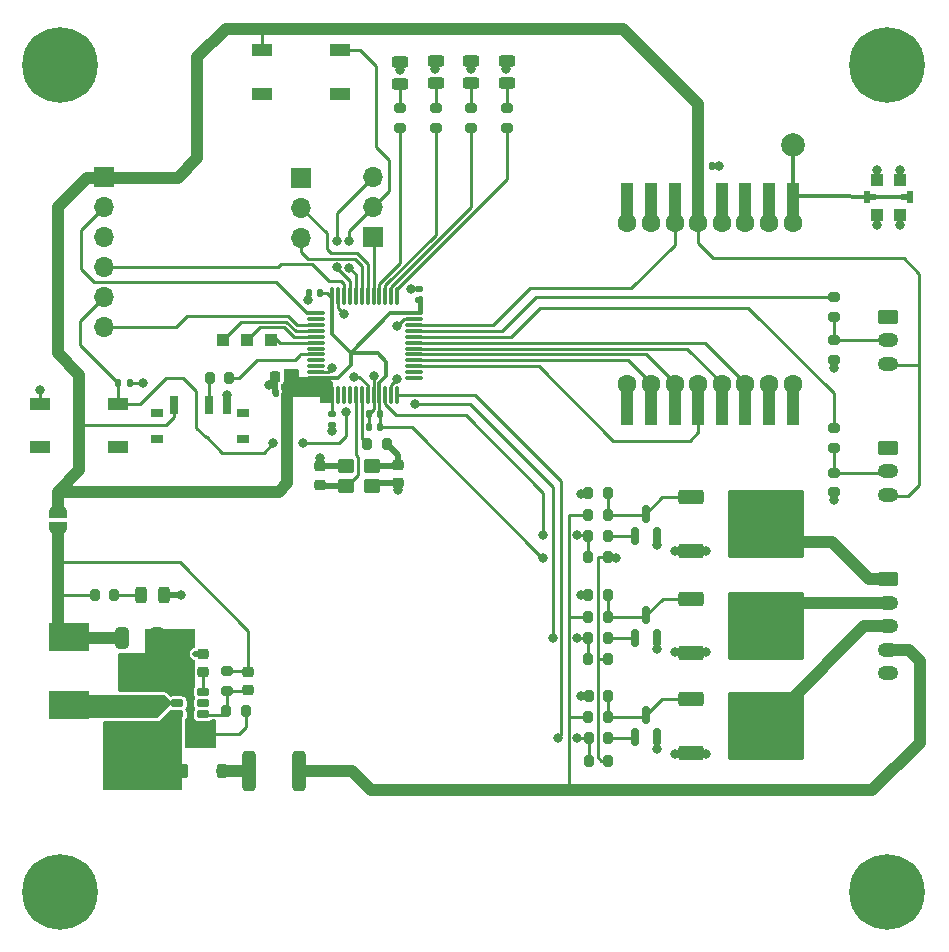
<source format=gbr>
%TF.GenerationSoftware,KiCad,Pcbnew,8.0.4*%
%TF.CreationDate,2024-08-31T15:47:31-07:00*%
%TF.ProjectId,aunisoma-panel-controller,61756e69-736f-46d6-912d-70616e656c2d,rev?*%
%TF.SameCoordinates,Original*%
%TF.FileFunction,Copper,L1,Top*%
%TF.FilePolarity,Positive*%
%FSLAX46Y46*%
G04 Gerber Fmt 4.6, Leading zero omitted, Abs format (unit mm)*
G04 Created by KiCad (PCBNEW 8.0.4) date 2024-08-31 15:47:31*
%MOMM*%
%LPD*%
G01*
G04 APERTURE LIST*
G04 Aperture macros list*
%AMRoundRect*
0 Rectangle with rounded corners*
0 $1 Rounding radius*
0 $2 $3 $4 $5 $6 $7 $8 $9 X,Y pos of 4 corners*
0 Add a 4 corners polygon primitive as box body*
4,1,4,$2,$3,$4,$5,$6,$7,$8,$9,$2,$3,0*
0 Add four circle primitives for the rounded corners*
1,1,$1+$1,$2,$3*
1,1,$1+$1,$4,$5*
1,1,$1+$1,$6,$7*
1,1,$1+$1,$8,$9*
0 Add four rect primitives between the rounded corners*
20,1,$1+$1,$2,$3,$4,$5,0*
20,1,$1+$1,$4,$5,$6,$7,0*
20,1,$1+$1,$6,$7,$8,$9,0*
20,1,$1+$1,$8,$9,$2,$3,0*%
%AMFreePoly0*
4,1,19,0.500000,-0.750000,0.000000,-0.750000,0.000000,-0.744911,-0.071157,-0.744911,-0.207708,-0.704816,-0.327430,-0.627875,-0.420627,-0.520320,-0.479746,-0.390866,-0.500000,-0.250000,-0.500000,0.250000,-0.479746,0.390866,-0.420627,0.520320,-0.327430,0.627875,-0.207708,0.704816,-0.071157,0.744911,0.000000,0.744911,0.000000,0.750000,0.500000,0.750000,0.500000,-0.750000,0.500000,-0.750000,
$1*%
%AMFreePoly1*
4,1,19,0.000000,0.744911,0.071157,0.744911,0.207708,0.704816,0.327430,0.627875,0.420627,0.520320,0.479746,0.390866,0.500000,0.250000,0.500000,-0.250000,0.479746,-0.390866,0.420627,-0.520320,0.327430,-0.627875,0.207708,-0.704816,0.071157,-0.744911,0.000000,-0.744911,0.000000,-0.750000,-0.500000,-0.750000,-0.500000,0.750000,0.000000,0.750000,0.000000,0.744911,0.000000,0.744911,
$1*%
G04 Aperture macros list end*
%TA.AperFunction,SMDPad,CuDef*%
%ADD10RoundRect,0.140000X-0.140000X-0.170000X0.140000X-0.170000X0.140000X0.170000X-0.140000X0.170000X0*%
%TD*%
%TA.AperFunction,SMDPad,CuDef*%
%ADD11RoundRect,0.200000X-0.200000X-0.275000X0.200000X-0.275000X0.200000X0.275000X-0.200000X0.275000X0*%
%TD*%
%TA.AperFunction,SMDPad,CuDef*%
%ADD12RoundRect,0.075000X0.075000X-0.662500X0.075000X0.662500X-0.075000X0.662500X-0.075000X-0.662500X0*%
%TD*%
%TA.AperFunction,SMDPad,CuDef*%
%ADD13RoundRect,0.075000X0.662500X-0.075000X0.662500X0.075000X-0.662500X0.075000X-0.662500X-0.075000X0*%
%TD*%
%TA.AperFunction,SMDPad,CuDef*%
%ADD14RoundRect,0.250000X-0.450000X-0.350000X0.450000X-0.350000X0.450000X0.350000X-0.450000X0.350000X0*%
%TD*%
%TA.AperFunction,SMDPad,CuDef*%
%ADD15R,1.000000X1.000000*%
%TD*%
%TA.AperFunction,ComponentPad*%
%ADD16C,0.800000*%
%TD*%
%TA.AperFunction,ComponentPad*%
%ADD17C,6.400000*%
%TD*%
%TA.AperFunction,SMDPad,CuDef*%
%ADD18RoundRect,0.140000X0.140000X0.170000X-0.140000X0.170000X-0.140000X-0.170000X0.140000X-0.170000X0*%
%TD*%
%TA.AperFunction,ComponentPad*%
%ADD19C,2.000000*%
%TD*%
%TA.AperFunction,SMDPad,CuDef*%
%ADD20RoundRect,0.200000X-0.275000X0.200000X-0.275000X-0.200000X0.275000X-0.200000X0.275000X0.200000X0*%
%TD*%
%TA.AperFunction,SMDPad,CuDef*%
%ADD21RoundRect,0.225000X-0.250000X0.225000X-0.250000X-0.225000X0.250000X-0.225000X0.250000X0.225000X0*%
%TD*%
%TA.AperFunction,ComponentPad*%
%ADD22RoundRect,0.250000X-0.625000X0.350000X-0.625000X-0.350000X0.625000X-0.350000X0.625000X0.350000X0*%
%TD*%
%TA.AperFunction,ComponentPad*%
%ADD23O,1.750000X1.200000*%
%TD*%
%TA.AperFunction,SMDPad,CuDef*%
%ADD24RoundRect,0.200000X0.200000X0.275000X-0.200000X0.275000X-0.200000X-0.275000X0.200000X-0.275000X0*%
%TD*%
%TA.AperFunction,ComponentPad*%
%ADD25R,1.700000X1.700000*%
%TD*%
%TA.AperFunction,ComponentPad*%
%ADD26O,1.700000X1.700000*%
%TD*%
%TA.AperFunction,SMDPad,CuDef*%
%ADD27RoundRect,0.250000X-0.850000X-0.350000X0.850000X-0.350000X0.850000X0.350000X-0.850000X0.350000X0*%
%TD*%
%TA.AperFunction,SMDPad,CuDef*%
%ADD28RoundRect,0.250000X-1.275000X-1.125000X1.275000X-1.125000X1.275000X1.125000X-1.275000X1.125000X0*%
%TD*%
%TA.AperFunction,SMDPad,CuDef*%
%ADD29RoundRect,0.249997X-2.950003X-2.650003X2.950003X-2.650003X2.950003X2.650003X-2.950003X2.650003X0*%
%TD*%
%TA.AperFunction,SMDPad,CuDef*%
%ADD30RoundRect,0.140000X-0.170000X0.140000X-0.170000X-0.140000X0.170000X-0.140000X0.170000X0.140000X0*%
%TD*%
%TA.AperFunction,SMDPad,CuDef*%
%ADD31RoundRect,0.225000X0.225000X0.250000X-0.225000X0.250000X-0.225000X-0.250000X0.225000X-0.250000X0*%
%TD*%
%TA.AperFunction,SMDPad,CuDef*%
%ADD32RoundRect,0.243750X-0.456250X0.243750X-0.456250X-0.243750X0.456250X-0.243750X0.456250X0.243750X0*%
%TD*%
%TA.AperFunction,SMDPad,CuDef*%
%ADD33RoundRect,0.225000X-0.225000X-0.250000X0.225000X-0.250000X0.225000X0.250000X-0.225000X0.250000X0*%
%TD*%
%TA.AperFunction,SMDPad,CuDef*%
%ADD34RoundRect,0.200000X0.275000X-0.200000X0.275000X0.200000X-0.275000X0.200000X-0.275000X-0.200000X0*%
%TD*%
%TA.AperFunction,SMDPad,CuDef*%
%ADD35RoundRect,0.243750X0.243750X0.456250X-0.243750X0.456250X-0.243750X-0.456250X0.243750X-0.456250X0*%
%TD*%
%TA.AperFunction,SMDPad,CuDef*%
%ADD36R,1.700000X1.000000*%
%TD*%
%TA.AperFunction,SMDPad,CuDef*%
%ADD37RoundRect,0.150000X0.150000X-0.587500X0.150000X0.587500X-0.150000X0.587500X-0.150000X-0.587500X0*%
%TD*%
%TA.AperFunction,SMDPad,CuDef*%
%ADD38RoundRect,0.250000X-0.325000X-0.650000X0.325000X-0.650000X0.325000X0.650000X-0.325000X0.650000X0*%
%TD*%
%TA.AperFunction,SMDPad,CuDef*%
%ADD39R,0.700000X1.500000*%
%TD*%
%TA.AperFunction,SMDPad,CuDef*%
%ADD40R,1.000000X0.800000*%
%TD*%
%TA.AperFunction,SMDPad,CuDef*%
%ADD41RoundRect,0.140000X0.170000X-0.140000X0.170000X0.140000X-0.170000X0.140000X-0.170000X-0.140000X0*%
%TD*%
%TA.AperFunction,SMDPad,CuDef*%
%ADD42RoundRect,0.250000X0.312500X1.450000X-0.312500X1.450000X-0.312500X-1.450000X0.312500X-1.450000X0*%
%TD*%
%TA.AperFunction,SMDPad,CuDef*%
%ADD43RoundRect,0.225000X0.250000X-0.225000X0.250000X0.225000X-0.250000X0.225000X-0.250000X-0.225000X0*%
%TD*%
%TA.AperFunction,SMDPad,CuDef*%
%ADD44FreePoly0,90.000000*%
%TD*%
%TA.AperFunction,SMDPad,CuDef*%
%ADD45FreePoly1,90.000000*%
%TD*%
%TA.AperFunction,SMDPad,CuDef*%
%ADD46R,1.000000X3.000000*%
%TD*%
%TA.AperFunction,ComponentPad*%
%ADD47C,1.600000*%
%TD*%
%TA.AperFunction,SMDPad,CuDef*%
%ADD48R,0.506000X1.012000*%
%TD*%
%TA.AperFunction,SMDPad,CuDef*%
%ADD49R,0.556000X0.503000*%
%TD*%
%TA.AperFunction,SMDPad,CuDef*%
%ADD50R,3.500000X2.350000*%
%TD*%
%TA.AperFunction,SMDPad,CuDef*%
%ADD51RoundRect,0.225000X-0.225000X-0.375000X0.225000X-0.375000X0.225000X0.375000X-0.225000X0.375000X0*%
%TD*%
%TA.AperFunction,SMDPad,CuDef*%
%ADD52RoundRect,0.162500X-0.367500X-0.162500X0.367500X-0.162500X0.367500X0.162500X-0.367500X0.162500X0*%
%TD*%
%TA.AperFunction,ViaPad*%
%ADD53C,0.800000*%
%TD*%
%TA.AperFunction,ViaPad*%
%ADD54C,0.500000*%
%TD*%
%TA.AperFunction,Conductor*%
%ADD55C,0.250000*%
%TD*%
%TA.AperFunction,Conductor*%
%ADD56C,1.000000*%
%TD*%
%TA.AperFunction,Conductor*%
%ADD57C,0.300000*%
%TD*%
%TA.AperFunction,Conductor*%
%ADD58C,0.400000*%
%TD*%
%TA.AperFunction,Conductor*%
%ADD59C,0.500000*%
%TD*%
%TA.AperFunction,Conductor*%
%ADD60C,0.350000*%
%TD*%
G04 APERTURE END LIST*
D10*
%TO.P,C1,1*%
%TO.N,/NRST*%
X9400000Y47868326D03*
%TO.P,C1,2*%
%TO.N,GND*%
X10360000Y47868326D03*
%TD*%
D11*
%TO.P,R10,1*%
%TO.N,GND*%
X49200000Y38505826D03*
%TO.P,R10,2*%
%TO.N,Net-(Q1-C)*%
X50850000Y38505826D03*
%TD*%
D12*
%TO.P,U2,1,VBAT*%
%TO.N,+3.3V*%
X27515000Y46863826D03*
%TO.P,U2,2,PC13*%
%TO.N,unconnected-(U2A-PC13-Pad2)*%
X28015000Y46863826D03*
%TO.P,U2,3,PC14-OSC32_IN*%
%TO.N,unconnected-(U2A-PC14-OSC32_IN-Pad3)*%
X28515000Y46863826D03*
%TO.P,U2,4,PC15-OSC32_OUT*%
%TO.N,unconnected-(U2A-PC15-OSC32_OUT-Pad4)*%
X29015000Y46863826D03*
%TO.P,U2,5,PD0-OSC_IN-RCC_OSC_IN*%
%TO.N,/OSC_IN*%
X29515000Y46863826D03*
%TO.P,U2,6,PD1-OSC_OUT-RCC_OSC_OUT*%
%TO.N,/OSC_OUT*%
X30015000Y46863826D03*
%TO.P,U2,7,NRST*%
%TO.N,/NRST*%
X30515000Y46863826D03*
%TO.P,U2,8,VSSA*%
%TO.N,GND*%
X31015000Y46863826D03*
%TO.P,U2,9,VDDA*%
%TO.N,+3.3V*%
X31515000Y46863826D03*
%TO.P,U2,10,PA0-WKUP-LED_B*%
%TO.N,/LED_B*%
X32015000Y46863826D03*
%TO.P,U2,11,PA1-LED_G*%
%TO.N,/LED_G*%
X32515000Y46863826D03*
%TO.P,U2,12,PA2-LED_R*%
%TO.N,/LED_R*%
X33015000Y46863826D03*
D13*
%TO.P,U2,13,PA3*%
%TO.N,unconnected-(U2A-PA3-Pad13)*%
X34427500Y48276326D03*
%TO.P,U2,14,PA4*%
%TO.N,unconnected-(U2A-PA4-Pad14)*%
X34427500Y48776326D03*
%TO.P,U2,15,PA5-SPI1_SCK*%
%TO.N,/SCK*%
X34427500Y49276326D03*
%TO.P,U2,16,PA6-SPI1_MISO*%
%TO.N,/MISO*%
X34427500Y49776326D03*
%TO.P,U2,17,PA7-SPI1_MOSI*%
%TO.N,/MOSI*%
X34427500Y50276326D03*
%TO.P,U2,18,PB0-RF_CS*%
%TO.N,/RF_CS*%
X34427500Y50776326D03*
%TO.P,U2,19,PB1-RF_RST*%
%TO.N,/RF_RST*%
X34427500Y51276326D03*
%TO.P,U2,20,PB2-PIR_2*%
%TO.N,/PIR_2*%
X34427500Y51776326D03*
%TO.P,U2,21,PB10-PIR_1*%
%TO.N,/PIR_1*%
X34427500Y52276326D03*
%TO.P,U2,22,PB11-RF_INT*%
%TO.N,/RF_INT*%
X34427500Y52776326D03*
%TO.P,U2,23,VSS_1*%
%TO.N,GND*%
X34427500Y53276326D03*
%TO.P,U2,24,VDD_1*%
%TO.N,+3.3V*%
X34427500Y53776326D03*
D12*
%TO.P,U2,25,PB12-LED_STATUS4*%
%TO.N,/LED_STATUS4*%
X33015000Y55188826D03*
%TO.P,U2,26,PB13-LED_STATUS3*%
%TO.N,/LED_STATUS3*%
X32515000Y55188826D03*
%TO.P,U2,27,PB14-LED_STATUS2*%
%TO.N,/LED_STATUS2*%
X32015000Y55188826D03*
%TO.P,U2,28,PB15-LED_STATUS1*%
%TO.N,/LED_STATUS1*%
X31515000Y55188826D03*
%TO.P,U2,29,PA8-PA8*%
%TO.N,/PA8*%
X31015000Y55188826D03*
%TO.P,U2,30,PA9-USART1_TX*%
%TO.N,/USART1_TX*%
X30515000Y55188826D03*
%TO.P,U2,31,PA10-USART1_RX*%
%TO.N,/USART1_RX*%
X30015000Y55188826D03*
%TO.P,U2,32,PA11-PA11*%
%TO.N,/PA11*%
X29515000Y55188826D03*
%TO.P,U2,33,PA12-PA12*%
%TO.N,/PA12*%
X29015000Y55188826D03*
%TO.P,U2,34,PA13-SYS_JTMS-SWDIO*%
%TO.N,/SWDIO*%
X28515000Y55188826D03*
%TO.P,U2,35,VSS_2*%
%TO.N,GND*%
X28015000Y55188826D03*
%TO.P,U2,36,VDD_2*%
%TO.N,+3.3V*%
X27515000Y55188826D03*
D13*
%TO.P,U2,37,PA14-SYS_JTCK-SWCLK*%
%TO.N,/SWCLK*%
X26102500Y53776326D03*
%TO.P,U2,38,PA15*%
%TO.N,unconnected-(U2A-PA15-Pad38)*%
X26102500Y53276326D03*
%TO.P,U2,39,PB3-SYS_JTDO-TRACESWO*%
%TO.N,/SWO*%
X26102500Y52776326D03*
%TO.P,U2,40,PB4-PB4*%
%TO.N,Net-(U2A-PB4-PB4)*%
X26102500Y52276326D03*
%TO.P,U2,41,PB5-PB5*%
%TO.N,Net-(U2A-PB5-PB5)*%
X26102500Y51776326D03*
%TO.P,U2,42,PB6-PB6*%
%TO.N,Net-(U2A-PB6-PB6)*%
X26102500Y51276326D03*
%TO.P,U2,43,PB7*%
%TO.N,unconnected-(U2A-PB7-Pad43)*%
X26102500Y50776326D03*
%TO.P,U2,44,BOOT0*%
%TO.N,/BOOT0*%
X26102500Y50276326D03*
%TO.P,U2,45,PB8*%
%TO.N,unconnected-(U2A-PB8-Pad45)*%
X26102500Y49776326D03*
%TO.P,U2,46,PB9*%
%TO.N,unconnected-(U2A-PB9-Pad46)*%
X26102500Y49276326D03*
%TO.P,U2,47,VSS_3*%
%TO.N,GND*%
X26102500Y48776326D03*
%TO.P,U2,48,VDD_3*%
%TO.N,+3.3V*%
X26102500Y48276326D03*
%TD*%
D14*
%TO.P,Y1,1,1*%
%TO.N,/OSC_IN*%
X28665000Y39126326D03*
%TO.P,Y1,2,2*%
%TO.N,GND*%
X30865000Y39126326D03*
%TO.P,Y1,3,3*%
%TO.N,Net-(C13-Pad1)*%
X30865000Y40826326D03*
%TO.P,Y1,4,4*%
%TO.N,GND*%
X28665000Y40826326D03*
%TD*%
D15*
%TO.P,PB3,1,1*%
%TO.N,Net-(U2A-PB6-PB6)*%
X22360000Y51530326D03*
%TD*%
D16*
%TO.P,H2,1,1*%
%TO.N,GND*%
X2100000Y4801326D03*
X2802944Y6498382D03*
X2802944Y3104270D03*
X4500000Y7201326D03*
D17*
X4500000Y4801326D03*
D16*
X4500000Y2401326D03*
X6197056Y6498382D03*
X6197056Y3104270D03*
X6900000Y4801326D03*
%TD*%
D18*
%TO.P,C7,1*%
%TO.N,+3.3V*%
X23680000Y46968326D03*
%TO.P,C7,2*%
%TO.N,GND*%
X22720000Y46968326D03*
%TD*%
D19*
%TO.P,X1,1,1*%
%TO.N,Net-(J4-In)*%
X66500000Y67968326D03*
%TD*%
D20*
%TO.P,R24,1*%
%TO.N,/PIR_2*%
X70000000Y44018326D03*
%TO.P,R24,2*%
%TO.N,/PIR_2_IN*%
X70000000Y42368326D03*
%TD*%
D21*
%TO.P,C13,1*%
%TO.N,Net-(C13-Pad1)*%
X33065000Y40926326D03*
%TO.P,C13,2*%
%TO.N,GND*%
X33065000Y39376326D03*
%TD*%
D22*
%TO.P,J7,1,Pin_1*%
%TO.N,/LED_OUT_B*%
X74600000Y31268326D03*
D23*
%TO.P,J7,2,Pin_2*%
%TO.N,/LED_OUT_G*%
X74600000Y29268326D03*
%TO.P,J7,3,Pin_3*%
%TO.N,/LED_OUT_R*%
X74600000Y27268326D03*
%TO.P,J7,4,Pin_4*%
%TO.N,+24V*%
X74600000Y25268326D03*
%TO.P,J7,5,Pin_5*%
%TO.N,GND*%
X74600000Y23268326D03*
%TD*%
D24*
%TO.P,R5,1*%
%TO.N,Net-(C13-Pad1)*%
X32115000Y42726326D03*
%TO.P,R5,2*%
%TO.N,/OSC_OUT*%
X30465000Y42726326D03*
%TD*%
D25*
%TO.P,J3,1,Pin_1*%
%TO.N,/PA8*%
X30970600Y60181326D03*
D26*
%TO.P,J3,2,Pin_2*%
%TO.N,/PA11*%
X30970600Y62721326D03*
%TO.P,J3,3,Pin_3*%
%TO.N,/PA12*%
X30970600Y65261326D03*
%TD*%
D24*
%TO.P,R1,1*%
%TO.N,Net-(D1-A)*%
X9050000Y29868326D03*
%TO.P,R1,2*%
%TO.N,/Power/VOUT*%
X7400000Y29868326D03*
%TD*%
D18*
%TO.P,C12,1*%
%TO.N,+3.3V*%
X31580000Y44126326D03*
%TO.P,C12,2*%
%TO.N,GND*%
X30620000Y44126326D03*
%TD*%
D25*
%TO.P,J2,1,Pin_1*%
%TO.N,GND*%
X24900000Y65246326D03*
D26*
%TO.P,J2,2,Pin_2*%
%TO.N,/USART1_TX*%
X24900000Y62706326D03*
%TO.P,J2,3,Pin_3*%
%TO.N,/USART1_RX*%
X24900000Y60166326D03*
%TD*%
D24*
%TO.P,R15,1*%
%TO.N,Net-(Q2-C)*%
X50850000Y28065826D03*
%TO.P,R15,2*%
%TO.N,+24V*%
X49200000Y28065826D03*
%TD*%
D10*
%TO.P,C15,1*%
%TO.N,+3.3V*%
X58750000Y66250000D03*
%TO.P,C15,2*%
%TO.N,GND*%
X59710000Y66250000D03*
%TD*%
D27*
%TO.P,Q5,1,G*%
%TO.N,Net-(Q2-C)*%
X57925000Y29570826D03*
D28*
%TO.P,Q5,2,D*%
%TO.N,/LED_OUT_G*%
X62550000Y28815826D03*
X62550000Y25765826D03*
D29*
X64225000Y27290826D03*
D28*
X65900000Y28815826D03*
X65900000Y25765826D03*
D27*
%TO.P,Q5,3,S*%
%TO.N,GND*%
X57925000Y25010826D03*
%TD*%
D30*
%TO.P,C10,1*%
%TO.N,+3.3V*%
X27500000Y45248326D03*
%TO.P,C10,2*%
%TO.N,GND*%
X27500000Y44288326D03*
%TD*%
D31*
%TO.P,C6,1*%
%TO.N,+3.3V*%
X24250000Y48368326D03*
%TO.P,C6,2*%
%TO.N,GND*%
X22700000Y48368326D03*
%TD*%
D20*
%TO.P,R9,1*%
%TO.N,Net-(D6-A)*%
X42282000Y71134826D03*
%TO.P,R9,2*%
%TO.N,/LED_STATUS4*%
X42282000Y69484826D03*
%TD*%
D24*
%TO.P,R20,1*%
%TO.N,Net-(Q3-B)*%
X50875000Y17785826D03*
%TO.P,R20,2*%
%TO.N,/LED_R*%
X49225000Y17785826D03*
%TD*%
D32*
%TO.P,D6,1,K*%
%TO.N,GND*%
X42282000Y75134826D03*
%TO.P,D6,2,A*%
%TO.N,Net-(D6-A)*%
X42282000Y73259826D03*
%TD*%
D33*
%TO.P,C3,1*%
%TO.N,/Power/V_IN*%
X14200000Y17968326D03*
%TO.P,C3,2*%
%TO.N,GND*%
X15750000Y17968326D03*
%TD*%
D34*
%TO.P,R25,1*%
%TO.N,GND*%
X70000000Y38618326D03*
%TO.P,R25,2*%
%TO.N,/PIR_2_IN*%
X70000000Y40268326D03*
%TD*%
D27*
%TO.P,Q4,1,G*%
%TO.N,Net-(Q1-C)*%
X57925000Y38170826D03*
D28*
%TO.P,Q4,2,D*%
%TO.N,/LED_OUT_B*%
X62550000Y37415826D03*
X62550000Y34365826D03*
D29*
X64225000Y35890826D03*
D28*
X65900000Y37415826D03*
X65900000Y34365826D03*
D27*
%TO.P,Q4,3,S*%
%TO.N,GND*%
X57925000Y33610826D03*
%TD*%
D18*
%TO.P,C11,1*%
%TO.N,+3.3V*%
X31580000Y45226326D03*
%TO.P,C11,2*%
%TO.N,GND*%
X30620000Y45226326D03*
%TD*%
D22*
%TO.P,J5,1,Pin_1*%
%TO.N,GND*%
X74600000Y53468326D03*
D23*
%TO.P,J5,2,Pin_2*%
%TO.N,/PIR_1_IN*%
X74600000Y51468326D03*
%TO.P,J5,3,Pin_3*%
%TO.N,+3.3V*%
X74600000Y49468326D03*
%TD*%
D35*
%TO.P,D1,1,K*%
%TO.N,GND*%
X13237500Y29868326D03*
%TO.P,D1,2,A*%
%TO.N,Net-(D1-A)*%
X11362500Y29868326D03*
%TD*%
D15*
%TO.P,PB1,1,1*%
%TO.N,Net-(U2A-PB4-PB4)*%
X18296000Y51530326D03*
%TD*%
D36*
%TO.P,SW1,4*%
%TO.N,N/C*%
X9400000Y42418326D03*
%TO.P,SW1,3*%
X2800000Y42418326D03*
%TO.P,SW1,2,B*%
%TO.N,/NRST*%
X9400000Y46118326D03*
%TO.P,SW1,1,A*%
%TO.N,GND*%
X2800000Y46118326D03*
%TD*%
D37*
%TO.P,Q1,1,B*%
%TO.N,Net-(Q1-B)*%
X53150000Y34930826D03*
%TO.P,Q1,2,E*%
%TO.N,GND*%
X55050000Y34930826D03*
%TO.P,Q1,3,C*%
%TO.N,Net-(Q1-C)*%
X54100000Y36805826D03*
%TD*%
D25*
%TO.P,J1,1,Pin_1*%
%TO.N,+3.3V*%
X8200000Y65268326D03*
D26*
%TO.P,J1,2,Pin_2*%
%TO.N,/SWCLK*%
X8200000Y62728326D03*
%TO.P,J1,3,Pin_3*%
%TO.N,GND*%
X8200000Y60188326D03*
%TO.P,J1,4,Pin_4*%
%TO.N,/SWDIO*%
X8200000Y57648326D03*
%TO.P,J1,5,Pin_5*%
%TO.N,/NRST*%
X8200000Y55108326D03*
%TO.P,J1,6,Pin_6*%
%TO.N,/SWO*%
X8200000Y52568326D03*
%TD*%
D11*
%TO.P,R18,1*%
%TO.N,GND*%
X49225000Y21385826D03*
%TO.P,R18,2*%
%TO.N,Net-(Q3-C)*%
X50875000Y21385826D03*
%TD*%
%TO.P,R13,1*%
%TO.N,/LED_B*%
X49200000Y33105826D03*
%TO.P,R13,2*%
%TO.N,+3.3V*%
X50850000Y33105826D03*
%TD*%
D38*
%TO.P,C2,1*%
%TO.N,/Power/VOUT*%
X9725000Y26268326D03*
%TO.P,C2,2*%
%TO.N,GND*%
X12675000Y26268326D03*
%TD*%
D39*
%TO.P,SW2,3,C*%
%TO.N,GND*%
X18600000Y45968326D03*
%TO.P,SW2,2,B*%
%TO.N,Net-(SW2-B)*%
X17100000Y45968326D03*
%TO.P,SW2,1,A*%
%TO.N,+3.3V*%
X14100000Y45968326D03*
D40*
%TO.P,SW2,*%
%TO.N,*%
X20000000Y43108326D03*
X20000000Y45318326D03*
X12700000Y43108326D03*
X12700000Y45318326D03*
%TD*%
D37*
%TO.P,Q3,1,B*%
%TO.N,Net-(Q3-B)*%
X53150000Y17885826D03*
%TO.P,Q3,2,E*%
%TO.N,GND*%
X55050000Y17885826D03*
%TO.P,Q3,3,C*%
%TO.N,Net-(Q3-C)*%
X54100000Y19760826D03*
%TD*%
D34*
%TO.P,R23,1*%
%TO.N,GND*%
X70000000Y49818326D03*
%TO.P,R23,2*%
%TO.N,/PIR_1_IN*%
X70000000Y51468326D03*
%TD*%
D27*
%TO.P,Q6,1,G*%
%TO.N,Net-(Q3-C)*%
X57925000Y21065826D03*
D28*
%TO.P,Q6,2,D*%
%TO.N,/LED_OUT_R*%
X62550000Y20310826D03*
X62550000Y17260826D03*
D29*
X64225000Y18785826D03*
D28*
X65900000Y20310826D03*
X65900000Y17260826D03*
D27*
%TO.P,Q6,3,S*%
%TO.N,GND*%
X57925000Y16505826D03*
%TD*%
D20*
%TO.P,R22,1*%
%TO.N,/PIR_1*%
X70000000Y55118326D03*
%TO.P,R22,2*%
%TO.N,/PIR_1_IN*%
X70000000Y53468326D03*
%TD*%
D11*
%TO.P,R14,1*%
%TO.N,GND*%
X49200000Y29865826D03*
%TO.P,R14,2*%
%TO.N,Net-(Q2-C)*%
X50850000Y29865826D03*
%TD*%
D32*
%TO.P,D3,1,K*%
%TO.N,GND*%
X33282000Y75072326D03*
%TO.P,D3,2,A*%
%TO.N,Net-(D3-A)*%
X33282000Y73197326D03*
%TD*%
D15*
%TO.P,PB2,1,1*%
%TO.N,Net-(U2A-PB5-PB5)*%
X20328000Y51530326D03*
%TD*%
D11*
%TO.P,R4,1*%
%TO.N,Net-(U1-FB)*%
X18525000Y20118326D03*
%TO.P,R4,2*%
%TO.N,GND*%
X20175000Y20118326D03*
%TD*%
D41*
%TO.P,C14,1*%
%TO.N,+3.3V*%
X34900000Y54888326D03*
%TO.P,C14,2*%
%TO.N,GND*%
X34900000Y55848326D03*
%TD*%
D20*
%TO.P,R7,1*%
%TO.N,Net-(D4-A)*%
X36282000Y71134826D03*
%TO.P,R7,2*%
%TO.N,/LED_STATUS2*%
X36282000Y69484826D03*
%TD*%
%TO.P,R6,1*%
%TO.N,Net-(D3-A)*%
X33282000Y71134826D03*
%TO.P,R6,2*%
%TO.N,/LED_STATUS1*%
X33282000Y69484826D03*
%TD*%
D24*
%TO.P,R11,1*%
%TO.N,Net-(Q1-C)*%
X50850000Y36705826D03*
%TO.P,R11,2*%
%TO.N,+24V*%
X49200000Y36705826D03*
%TD*%
D37*
%TO.P,Q2,1,B*%
%TO.N,Net-(Q2-B)*%
X53150000Y26305826D03*
%TO.P,Q2,2,E*%
%TO.N,GND*%
X55050000Y26305826D03*
%TO.P,Q2,3,C*%
%TO.N,Net-(Q2-C)*%
X54100000Y28180826D03*
%TD*%
D16*
%TO.P,H3,1,1*%
%TO.N,GND*%
X72100000Y74801326D03*
X72802944Y76498382D03*
X72802944Y73104270D03*
X74500000Y77201326D03*
D17*
X74500000Y74801326D03*
D16*
X74500000Y72401326D03*
X76197056Y76498382D03*
X76197056Y73104270D03*
X76900000Y74801326D03*
%TD*%
D42*
%TO.P,F1,1*%
%TO.N,+24V*%
X24737500Y14968326D03*
%TO.P,F1,2*%
%TO.N,Net-(D2-A)*%
X20462500Y14968326D03*
%TD*%
D11*
%TO.P,R21,1*%
%TO.N,/LED_R*%
X49250000Y15885826D03*
%TO.P,R21,2*%
%TO.N,+3.3V*%
X50900000Y15885826D03*
%TD*%
%TO.P,R2,1*%
%TO.N,Net-(SW2-B)*%
X17150000Y48268326D03*
%TO.P,R2,2*%
%TO.N,/BOOT0*%
X18800000Y48268326D03*
%TD*%
%TO.P,R17,1*%
%TO.N,/LED_G*%
X49200000Y24465826D03*
%TO.P,R17,2*%
%TO.N,+3.3V*%
X50850000Y24465826D03*
%TD*%
D32*
%TO.P,D5,1,K*%
%TO.N,GND*%
X39282000Y75134826D03*
%TO.P,D5,2,A*%
%TO.N,Net-(D5-A)*%
X39282000Y73259826D03*
%TD*%
D43*
%TO.P,C4,1*%
%TO.N,Net-(U1-BOOT)*%
X16600000Y23393326D03*
%TO.P,C4,2*%
%TO.N,/Power/SW*%
X16600000Y24943326D03*
%TD*%
D36*
%TO.P,SW3,4*%
%TO.N,N/C*%
X28150000Y72318326D03*
%TO.P,SW3,3*%
X21550000Y72318326D03*
%TO.P,SW3,2,B*%
%TO.N,/PA11*%
X28150000Y76018326D03*
%TO.P,SW3,1,A*%
%TO.N,+3.3V*%
X21550000Y76018326D03*
%TD*%
D16*
%TO.P,H4,1,1*%
%TO.N,GND*%
X72100000Y4801326D03*
X72802944Y6498382D03*
X72802944Y3104270D03*
X74500000Y7201326D03*
D17*
X74500000Y4801326D03*
D16*
X74500000Y2401326D03*
X76197056Y6498382D03*
X76197056Y3104270D03*
X76900000Y4801326D03*
%TD*%
D32*
%TO.P,D4,1,K*%
%TO.N,GND*%
X36282000Y75134826D03*
%TO.P,D4,2,A*%
%TO.N,Net-(D4-A)*%
X36282000Y73259826D03*
%TD*%
D18*
%TO.P,C8,1*%
%TO.N,+3.3V*%
X26500000Y55468326D03*
%TO.P,C8,2*%
%TO.N,GND*%
X25540000Y55468326D03*
%TD*%
D44*
%TO.P,JP1,1,A*%
%TO.N,/Power/VOUT*%
X4300000Y35618326D03*
D45*
%TO.P,JP1,2,B*%
%TO.N,+3.3V*%
X4300000Y36918326D03*
%TD*%
D20*
%TO.P,R3,1*%
%TO.N,/Power/VOUT*%
X18600000Y23468326D03*
%TO.P,R3,2*%
%TO.N,Net-(U1-FB)*%
X18600000Y21818326D03*
%TD*%
D24*
%TO.P,R19,1*%
%TO.N,Net-(Q3-C)*%
X50850000Y19585826D03*
%TO.P,R19,2*%
%TO.N,+24V*%
X49200000Y19585826D03*
%TD*%
D43*
%TO.P,C9,1*%
%TO.N,/OSC_IN*%
X26465000Y39251326D03*
%TO.P,C9,2*%
%TO.N,GND*%
X26465000Y40801326D03*
%TD*%
D24*
%TO.P,R16,1*%
%TO.N,Net-(Q2-B)*%
X50825000Y26265826D03*
%TO.P,R16,2*%
%TO.N,/LED_G*%
X49175000Y26265826D03*
%TD*%
D46*
%TO.P,U3,1,GND*%
%TO.N,GND*%
X52500000Y45768326D03*
D47*
X52500000Y47768326D03*
D46*
%TO.P,U3,2,MISO*%
%TO.N,/MISO*%
X54500000Y45768326D03*
D47*
X54500000Y47768326D03*
D46*
%TO.P,U3,3,MOSI*%
%TO.N,/MOSI*%
X56500000Y45768326D03*
D47*
X56500000Y47768326D03*
D46*
%TO.P,U3,4,SCK*%
%TO.N,/SCK*%
X58500000Y45768326D03*
D47*
X58500000Y47768326D03*
D46*
%TO.P,U3,5,NSS*%
%TO.N,/RF_CS*%
X60500000Y45768326D03*
D47*
X60500000Y47768326D03*
D46*
%TO.P,U3,6,RESET*%
%TO.N,/RF_RST*%
X62500000Y45768326D03*
D47*
X62500000Y47768326D03*
D46*
%TO.P,U3,7,DIO5*%
%TO.N,unconnected-(U3-DIO5-Pad7)*%
X64500000Y45768326D03*
D47*
%TO.N,unconnected-(U3-DIO5-Pad7)_1*%
X64500000Y47768326D03*
D46*
%TO.P,U3,8,GND*%
%TO.N,GND*%
X66500000Y45768326D03*
D47*
X66500000Y47768326D03*
%TO.P,U3,9,ANT*%
%TO.N,Net-(J4-In)*%
X66500000Y61368326D03*
D46*
X66500000Y63368326D03*
D47*
%TO.P,U3,10,GND*%
%TO.N,GND*%
X64500000Y61368326D03*
D46*
X64500000Y63368326D03*
D47*
%TO.P,U3,11,DIO3*%
%TO.N,unconnected-(U3-DIO3-Pad11)_1*%
X62500000Y61368326D03*
D46*
%TO.N,unconnected-(U3-DIO3-Pad11)*%
X62500000Y63368326D03*
D47*
%TO.P,U3,12,DIO4*%
%TO.N,unconnected-(U3-DIO4-Pad12)*%
X60500000Y61368326D03*
D46*
%TO.N,unconnected-(U3-DIO4-Pad12)_1*%
X60500000Y63368326D03*
D47*
%TO.P,U3,13,3.3V*%
%TO.N,+3.3V*%
X58500000Y61368326D03*
D46*
X58500000Y63368326D03*
D47*
%TO.P,U3,14,DIO0*%
%TO.N,/RF_INT*%
X56500000Y61368326D03*
D46*
X56500000Y63368326D03*
D47*
%TO.P,U3,15,DIO1*%
%TO.N,unconnected-(U3-DIO1-Pad15)_1*%
X54500000Y61368326D03*
D46*
%TO.N,unconnected-(U3-DIO1-Pad15)*%
X54500000Y63368326D03*
D47*
%TO.P,U3,16,DIO2*%
%TO.N,unconnected-(U3-DIO2-Pad16)*%
X52500000Y61368326D03*
D46*
%TO.N,unconnected-(U3-DIO2-Pad16)_1*%
X52500000Y63368326D03*
%TD*%
D48*
%TO.P,J4,1,In*%
%TO.N,Net-(J4-In)*%
X72797000Y63568326D03*
D49*
X73272000Y63572826D03*
X75900000Y63572826D03*
D48*
X76400000Y63574326D03*
D15*
%TO.P,J4,2,Ext*%
%TO.N,GND*%
X73600000Y62074326D03*
X75600000Y62074326D03*
X73600000Y65074326D03*
X75600000Y65074326D03*
%TD*%
D50*
%TO.P,L1,1,1*%
%TO.N,/Power/SW*%
X5225000Y20618326D03*
%TO.P,L1,2,2*%
%TO.N,/Power/VOUT*%
X5225000Y26318326D03*
%TD*%
D22*
%TO.P,J6,1,Pin_1*%
%TO.N,GND*%
X74600000Y42368326D03*
D23*
%TO.P,J6,2,Pin_2*%
%TO.N,/PIR_2_IN*%
X74600000Y40368326D03*
%TO.P,J6,3,Pin_3*%
%TO.N,+3.3V*%
X74600000Y38368326D03*
%TD*%
D20*
%TO.P,R8,1*%
%TO.N,Net-(D5-A)*%
X39282000Y71134826D03*
%TO.P,R8,2*%
%TO.N,/LED_STATUS3*%
X39282000Y69484826D03*
%TD*%
D21*
%TO.P,C5,1*%
%TO.N,/Power/VOUT*%
X20400000Y23418326D03*
%TO.P,C5,2*%
%TO.N,Net-(U1-FB)*%
X20400000Y21868326D03*
%TD*%
D16*
%TO.P,H1,1,1*%
%TO.N,GND*%
X2100000Y74801326D03*
X2802944Y76498382D03*
X2802944Y73104270D03*
X4500000Y77201326D03*
D17*
X4500000Y74801326D03*
D16*
X4500000Y72401326D03*
X6197056Y76498382D03*
X6197056Y73104270D03*
X6900000Y74801326D03*
%TD*%
D24*
%TO.P,R12,1*%
%TO.N,Net-(Q1-B)*%
X50850000Y34905826D03*
%TO.P,R12,2*%
%TO.N,/LED_B*%
X49200000Y34905826D03*
%TD*%
D51*
%TO.P,D2,1,K*%
%TO.N,/Power/V_IN*%
X14850000Y14968326D03*
%TO.P,D2,2,A*%
%TO.N,Net-(D2-A)*%
X18150000Y14968326D03*
%TD*%
D52*
%TO.P,U1,1,GND*%
%TO.N,GND*%
X14400000Y21693326D03*
%TO.P,U1,2,SW*%
%TO.N,/Power/SW*%
X14400000Y20743326D03*
%TO.P,U1,3,VIN*%
%TO.N,/Power/V_IN*%
X14400000Y19793326D03*
%TO.P,U1,4,FB*%
%TO.N,Net-(U1-FB)*%
X16600000Y19793326D03*
%TO.P,U1,5,EN*%
%TO.N,unconnected-(U1-EN-Pad5)*%
X16600000Y20743326D03*
%TO.P,U1,6,BOOT*%
%TO.N,Net-(U1-BOOT)*%
X16600000Y21693326D03*
%TD*%
D53*
%TO.N,+3.3V*%
X45400000Y33068326D03*
X51500000Y33068326D03*
%TO.N,/LED_R*%
X48265000Y17768326D03*
X46600000Y17768326D03*
%TO.N,/LED_G*%
X46175000Y26268326D03*
X48250000Y26268326D03*
X34500000Y46068326D03*
X33004267Y48201325D03*
%TO.N,/LED_B*%
X48255000Y34968326D03*
X45400000Y34968326D03*
%TO.N,GND*%
X70000000Y37943326D03*
D54*
X17200000Y18568326D03*
D53*
X22175000Y47668326D03*
X31015000Y48468326D03*
X75600000Y61268326D03*
X18600000Y46868326D03*
D54*
X12100000Y22268326D03*
D53*
X28500000Y53701326D03*
X33100000Y38768326D03*
X60250000Y66250000D03*
D54*
X15500000Y26368326D03*
D53*
X33000000Y52668326D03*
X48550000Y21385826D03*
X56550000Y16465826D03*
X55050000Y34165826D03*
D54*
X15500000Y21568326D03*
D53*
X36250000Y74418326D03*
D54*
X10000000Y24000000D03*
D53*
X59150000Y16465826D03*
X27500000Y43768326D03*
X25500000Y54868326D03*
D54*
X15500000Y20768326D03*
D53*
X73600000Y65868326D03*
X70000000Y49143326D03*
D54*
X14250000Y26368326D03*
D53*
X55050000Y25365826D03*
X34200000Y55848326D03*
X33250000Y74318326D03*
X73600000Y61268326D03*
X27525000Y49168326D03*
D54*
X13100000Y22268326D03*
D53*
X39250000Y74418326D03*
X59150000Y33665826D03*
X48550000Y29865826D03*
X42250000Y74418326D03*
X59150000Y25065826D03*
D54*
X14000000Y24750000D03*
X12750000Y24500000D03*
D53*
X2800000Y47268326D03*
D54*
X9750000Y22500000D03*
D53*
X14700000Y29868326D03*
X56550000Y33665826D03*
X56550000Y25065826D03*
X11460000Y47868326D03*
D54*
X11250000Y24500000D03*
D53*
X26500000Y41468326D03*
X55050000Y16885826D03*
X75600000Y65868326D03*
D54*
X15500000Y19968326D03*
X17200000Y17618326D03*
D53*
X48550000Y38465826D03*
D54*
%TO.N,/Power/SW*%
X15937500Y24918326D03*
X10900000Y20768326D03*
D53*
%TO.N,/NRST*%
X22500000Y42768326D03*
X28700000Y45368326D03*
X25000000Y42768326D03*
X29400000Y48368326D03*
%TO.N,/PA12*%
X27950000Y57652326D03*
X27948000Y59912326D03*
%TO.N,/PA11*%
X28964004Y59912326D03*
X28964002Y57626326D03*
%TD*%
D55*
%TO.N,Net-(U1-BOOT)*%
X16600000Y21693326D02*
X16600000Y23543326D01*
%TO.N,Net-(U1-FB)*%
X18550000Y20093326D02*
X18206674Y19750000D01*
X18206674Y19750000D02*
X16643326Y19750000D01*
X16643326Y19750000D02*
X16600000Y19793326D01*
D56*
%TO.N,+3.3V*%
X23000000Y38668326D02*
X4300000Y38668326D01*
X6100000Y40468326D02*
X4300000Y38668326D01*
D55*
X13400000Y44268326D02*
X6200000Y44268326D01*
X50310000Y15885826D02*
X50025000Y16170826D01*
X14100000Y44968326D02*
X13400000Y44268326D01*
D56*
X6100000Y44168326D02*
X6100000Y40468326D01*
X52100000Y77868326D02*
X21550000Y77868326D01*
X58500000Y63668326D02*
X58500000Y71468326D01*
D57*
X32100000Y48443021D02*
X32100000Y49668326D01*
X29134610Y50368326D02*
X31400000Y50368326D01*
X28042305Y48268326D02*
X26110500Y48268326D01*
D56*
X23700000Y46863826D02*
X23700000Y39368326D01*
D58*
X34920000Y55068326D02*
X34920000Y53888326D01*
D56*
X23700000Y39368326D02*
X23000000Y38668326D01*
X6778000Y65246326D02*
X4300000Y62768326D01*
D55*
X59750000Y58418326D02*
X75900000Y58418326D01*
D57*
X26110500Y48268326D02*
X26102500Y48276326D01*
D55*
X6200000Y44268326D02*
X6100000Y44168326D01*
D57*
X32408000Y53776326D02*
X29067305Y50435631D01*
D56*
X58500000Y71468326D02*
X52100000Y77868326D01*
D55*
X27515000Y46863826D02*
X27515000Y45263326D01*
D56*
X6100000Y48568326D02*
X6100000Y44168326D01*
D57*
X27515000Y51987936D02*
X27515000Y55188826D01*
D55*
X77200000Y49318326D02*
X77200000Y48468326D01*
X50900000Y15885826D02*
X50310000Y15885826D01*
X31515000Y45291326D02*
X31515000Y46863826D01*
D56*
X16100000Y66868326D02*
X14478000Y65246326D01*
X4300000Y62768326D02*
X4300000Y50368326D01*
D57*
X29067305Y50435631D02*
X27515000Y51987936D01*
D55*
X77200000Y48468326D02*
X77200000Y39218326D01*
D57*
X32408000Y53776326D02*
X34427500Y53776326D01*
D56*
X4300000Y50368326D02*
X6100000Y48568326D01*
D55*
X77200000Y57118326D02*
X77200000Y48468326D01*
D56*
X4300000Y37018326D02*
X4300000Y38668326D01*
D55*
X75900000Y58418326D02*
X77200000Y57118326D01*
X50037500Y33105826D02*
X50850000Y33105826D01*
X50025000Y24465826D02*
X50850000Y24465826D01*
X58500000Y59668326D02*
X59750000Y58418326D01*
D56*
X16100000Y75468326D02*
X16100000Y66868326D01*
X21550000Y77868326D02*
X18500000Y77868326D01*
D55*
X14100000Y45968326D02*
X14100000Y44968326D01*
X27080000Y55468326D02*
X27290000Y55258326D01*
D56*
X14478000Y65246326D02*
X6778000Y65246326D01*
D55*
X26500000Y55468326D02*
X27080000Y55468326D01*
X58500000Y63168326D02*
X58500000Y59668326D01*
D57*
X31515000Y46863826D02*
X31515000Y47858021D01*
D55*
X34242000Y44126326D02*
X45300000Y33068326D01*
X31580000Y44126326D02*
X34242000Y44126326D01*
D57*
X31515000Y47858021D02*
X32100000Y48443021D01*
D55*
X77200000Y39218326D02*
X76300000Y38318326D01*
X74600000Y49418326D02*
X77100000Y49418326D01*
D56*
X18500000Y77868326D02*
X16100000Y75468326D01*
D55*
X50025000Y33093326D02*
X50037500Y33105826D01*
D57*
X29134610Y50368326D02*
X29134610Y49360630D01*
X29067305Y50435631D02*
X29134610Y50368326D01*
D55*
X21550000Y76018326D02*
X21550000Y77868326D01*
D57*
X28042305Y48268326D02*
X29134610Y49360630D01*
D58*
X34920000Y53888326D02*
X34900000Y53868326D01*
D55*
X31565000Y44126326D02*
X31565000Y45226326D01*
X76300000Y38318326D02*
X74800000Y38318326D01*
X77100000Y49418326D02*
X77200000Y49318326D01*
X50025000Y16170826D02*
X50025000Y33093326D01*
D57*
X32100000Y49668326D02*
X31400000Y50368326D01*
D55*
%TO.N,/OSC_IN*%
X28765000Y39126326D02*
X29690000Y40051326D01*
X29515000Y41751326D02*
X29515000Y46863826D01*
D59*
X28665000Y39126326D02*
X26590000Y39126326D01*
D55*
X29690000Y40051326D02*
X29690000Y41576326D01*
X29690000Y41576326D02*
X29515000Y41751326D01*
D56*
%TO.N,+24V*%
X77300000Y17418326D02*
X73250000Y13368326D01*
D55*
X47530000Y28065826D02*
X47530000Y36665826D01*
D56*
X47600000Y13368326D02*
X30800000Y13368326D01*
D55*
X47525000Y28060826D02*
X47530000Y28065826D01*
X47540000Y19585826D02*
X47540000Y13428326D01*
X47560000Y36705826D02*
X49200000Y36705826D01*
X49200000Y19585826D02*
X47540000Y19585826D01*
D56*
X30800000Y13368326D02*
X29200000Y14968326D01*
D55*
X47530000Y36665826D02*
X47525000Y36670826D01*
D56*
X73250000Y13368326D02*
X47600000Y13368326D01*
D55*
X47540000Y13428326D02*
X47600000Y13368326D01*
D56*
X76350000Y25268326D02*
X77300000Y24318326D01*
X74600000Y25268326D02*
X76350000Y25268326D01*
D55*
X47525000Y19600826D02*
X47540000Y19585826D01*
X47525000Y36670826D02*
X47560000Y36705826D01*
X47525000Y19600826D02*
X47525000Y28060826D01*
X47530000Y28065826D02*
X49200000Y28065826D01*
D56*
X77300000Y24318326D02*
X77300000Y17418326D01*
X29200000Y14968326D02*
X24737500Y14968326D01*
%TO.N,/LED_OUT_R*%
X74600000Y27268326D02*
X72550000Y27268326D01*
X72550000Y27268326D02*
X65900000Y20618326D01*
%TO.N,/LED_OUT_G*%
X66352500Y29268326D02*
X74600000Y29268326D01*
%TO.N,/LED_OUT_B*%
X69850000Y34368326D02*
X65902500Y34368326D01*
X74600000Y31268326D02*
X72950000Y31268326D01*
X72950000Y31268326D02*
X69850000Y34368326D01*
D55*
%TO.N,Net-(D5-A)*%
X39282000Y73259826D02*
X39282000Y71134826D01*
%TO.N,Net-(Q1-C)*%
X50850000Y36665826D02*
X54085000Y36665826D01*
X54100000Y36805826D02*
X55465000Y38170826D01*
X50850000Y38465826D02*
X50850000Y36665826D01*
X55465000Y38170826D02*
X57925000Y38170826D01*
%TO.N,Net-(Q1-B)*%
X50825000Y34865826D02*
X53210000Y34865826D01*
%TO.N,/OSC_OUT*%
X30465000Y42726326D02*
X30015000Y43176326D01*
X30015000Y43176326D02*
X30015000Y46863826D01*
%TO.N,/BOOT0*%
X24363305Y49789326D02*
X21121000Y49789326D01*
X24825000Y50251021D02*
X24363305Y49789326D01*
X26102500Y50276326D02*
X24825000Y50276326D01*
X19600000Y48268326D02*
X18800000Y48268326D01*
X24825000Y50276326D02*
X24825000Y50251021D01*
X21121000Y49789326D02*
X19600000Y48268326D01*
%TO.N,/LED_R*%
X39604500Y46863826D02*
X33015000Y46863826D01*
X46600000Y17768326D02*
X46900000Y18068326D01*
X46900000Y18068326D02*
X46900000Y39568326D01*
X46900000Y39568326D02*
X39604500Y46863826D01*
X48282500Y17785826D02*
X48265000Y17768326D01*
X49225000Y17785826D02*
X49225000Y15910826D01*
X49225000Y17785826D02*
X48282500Y17785826D01*
%TO.N,/LED_G*%
X49200000Y24465826D02*
X49200000Y26240826D01*
X46200000Y26293326D02*
X46175000Y26268326D01*
X39200000Y46068326D02*
X46200000Y39068326D01*
X49175000Y26265826D02*
X48252500Y26265826D01*
X46200000Y39068326D02*
X46200000Y26293326D01*
X33004267Y48201325D02*
X32515000Y47712058D01*
X48252500Y26265826D02*
X48250000Y26268326D01*
X34500000Y46068326D02*
X39200000Y46068326D01*
X32515000Y47712058D02*
X32515000Y46863826D01*
%TO.N,/LED_B*%
X45400000Y38568326D02*
X38800000Y45168326D01*
X49200000Y33065826D02*
X49200000Y34840826D01*
X38800000Y45168326D02*
X32905236Y45168326D01*
X45400000Y34968326D02*
X45400000Y38568326D01*
X32015000Y46058562D02*
X32015000Y46863826D01*
X48255000Y34968326D02*
X49137500Y34968326D01*
X32905236Y45168326D02*
X32015000Y46058562D01*
%TO.N,/USART1_RX*%
X24900000Y58964245D02*
X25486919Y58377326D01*
X29441505Y58377326D02*
X30015000Y57803831D01*
X24900000Y60166326D02*
X24900000Y58964245D01*
X30015000Y57803831D02*
X30015000Y55188826D01*
X25486919Y58377326D02*
X29441505Y58377326D01*
%TO.N,/USART1_TX*%
X29627901Y58827326D02*
X30515000Y57940227D01*
X27066200Y60540126D02*
X27066200Y59167130D01*
X30515000Y57940227D02*
X30515000Y55188826D01*
X27406004Y58827326D02*
X29627901Y58827326D01*
X24900000Y62706326D02*
X27066200Y60540126D01*
X27066200Y59167130D02*
X27406004Y58827326D01*
%TO.N,Net-(Q3-C)*%
X50875000Y21385826D02*
X50875000Y19610826D01*
X50850000Y19585826D02*
X53925000Y19585826D01*
X55405000Y21065826D02*
X57670000Y21065826D01*
X54100000Y19760826D02*
X55405000Y21065826D01*
%TO.N,GND*%
X10360000Y47868326D02*
X11460000Y47868326D01*
X20175000Y18693326D02*
X19600000Y18118326D01*
X28015000Y55188826D02*
X28015000Y54186326D01*
D59*
X33065000Y39376326D02*
X31115000Y39376326D01*
D55*
X30620000Y45226326D02*
X31015000Y45621326D01*
X18600000Y45968326D02*
X18600000Y46868326D01*
X33000000Y52668326D02*
X33608000Y53276326D01*
X31015000Y45621326D02*
X31015000Y46863826D01*
X25540000Y54908326D02*
X25500000Y54868326D01*
X28015000Y54186326D02*
X28500000Y53701326D01*
X25540000Y55468326D02*
X25540000Y54908326D01*
X33583000Y53251326D02*
X33000000Y52668326D01*
D59*
X26465000Y40801326D02*
X28640000Y40801326D01*
D55*
X19600000Y18118326D02*
X17600000Y18118326D01*
X20175000Y20431465D02*
X20175000Y18693326D01*
X31015000Y48468326D02*
X31015000Y46863826D01*
X33608000Y53276326D02*
X34427500Y53276326D01*
X34200000Y55848326D02*
X34800000Y55848326D01*
X2800000Y46118326D02*
X2800000Y47268326D01*
D59*
X22700000Y46968326D02*
X22700000Y48348326D01*
X14700000Y29868326D02*
X13700000Y29868326D01*
D55*
X27133000Y48776326D02*
X26102500Y48776326D01*
X27525000Y49168326D02*
X27133000Y48776326D01*
X30620000Y44126326D02*
X30620000Y45226326D01*
%TO.N,Net-(D6-A)*%
X42282000Y73259826D02*
X42282000Y71134826D01*
%TO.N,Net-(D3-A)*%
X33282000Y73197326D02*
X33282000Y71134826D01*
%TO.N,Net-(D4-A)*%
X36282000Y73259826D02*
X36282000Y71134826D01*
%TO.N,/LED_STATUS1*%
X33282000Y69484826D02*
X33282000Y58031803D01*
X31515000Y56264803D02*
X31515000Y55188826D01*
X33282000Y58031803D02*
X31515000Y56264803D01*
%TO.N,/LED_STATUS2*%
X32015000Y56128407D02*
X32015000Y55188826D01*
X36282000Y69484826D02*
X36282000Y60395407D01*
X36282000Y60395407D02*
X32015000Y56128407D01*
%TO.N,/LED_STATUS3*%
X39282000Y62759011D02*
X32515000Y55992011D01*
X39282000Y69484826D02*
X39282000Y62759011D01*
X32515000Y55992011D02*
X32515000Y55188826D01*
%TO.N,/LED_STATUS4*%
X33015000Y55835326D02*
X33015000Y55188826D01*
X42282000Y69484826D02*
X42282000Y65102326D01*
X42282000Y65102326D02*
X33015000Y55835326D01*
D60*
%TO.N,Net-(J4-In)*%
X76400000Y63574326D02*
X73273500Y63574326D01*
X66500000Y64449326D02*
X66500000Y67968326D01*
X66500000Y63668326D02*
X76394000Y63568326D01*
D55*
%TO.N,Net-(D1-A)*%
X11362500Y29868326D02*
X9187500Y29868326D01*
%TO.N,Net-(Q3-B)*%
X50875000Y17785826D02*
X53050000Y17785826D01*
%TO.N,Net-(U2A-PB5-PB5)*%
X26102500Y51776326D02*
X24272000Y51776326D01*
X21407000Y52609326D02*
X20582000Y51784326D01*
X23439000Y52609326D02*
X21407000Y52609326D01*
X24272000Y51776326D02*
X23439000Y52609326D01*
%TO.N,Net-(U2A-PB4-PB4)*%
X19825000Y53059326D02*
X18550000Y51784326D01*
X26102500Y52276326D02*
X24408396Y52276326D01*
X24408396Y52276326D02*
X23625396Y53059326D01*
X23625396Y53059326D02*
X19825000Y53059326D01*
%TO.N,Net-(U1-FB)*%
X18600000Y21818326D02*
X18600000Y20043326D01*
X18600000Y21818326D02*
X20350000Y21818326D01*
%TO.N,/Power/VOUT*%
X20400000Y23418326D02*
X20400000Y26868326D01*
X20400000Y26868326D02*
X14600000Y32668326D01*
D56*
X5525000Y26268326D02*
X9725000Y26268326D01*
D55*
X14600000Y32668326D02*
X4300000Y32668326D01*
X4400000Y29868326D02*
X7400000Y29868326D01*
X4300000Y29768326D02*
X4400000Y29868326D01*
D56*
X4300000Y35618326D02*
X4300000Y27243326D01*
D55*
X18600000Y23468326D02*
X20350000Y23468326D01*
D56*
X4300000Y27243326D02*
X5225000Y26318326D01*
%TO.N,Net-(D2-A)*%
X18150000Y14968326D02*
X20462500Y14968326D01*
D55*
%TO.N,/MISO*%
X52592000Y49776326D02*
X54500000Y47868326D01*
X54500000Y47868326D02*
X54500000Y45468326D01*
X34427500Y49776326D02*
X52592000Y49776326D01*
%TO.N,/RF_CS*%
X34427500Y50776326D02*
X57592000Y50776326D01*
X57592000Y50776326D02*
X60500000Y47868326D01*
X60500000Y47868326D02*
X60500000Y45468326D01*
%TO.N,/MOSI*%
X56500000Y47868326D02*
X56500000Y45468326D01*
X54092000Y50276326D02*
X56500000Y47868326D01*
X34427500Y50276326D02*
X54092000Y50276326D01*
%TO.N,/SCK*%
X34427500Y49276326D02*
X44992000Y49276326D01*
X57800000Y42968326D02*
X58500000Y43668326D01*
X44992000Y49276326D02*
X51300000Y42968326D01*
X51300000Y42968326D02*
X57800000Y42968326D01*
X58500000Y43668326D02*
X58500000Y45468326D01*
D59*
%TO.N,/Power/SW*%
X16562500Y24918326D02*
X15937500Y24918326D01*
D55*
%TO.N,Net-(U2A-PB6-PB6)*%
X26102500Y51276326D02*
X23122000Y51276326D01*
X23122000Y51276326D02*
X22614000Y51784326D01*
%TO.N,/NRST*%
X29815764Y48368326D02*
X30515000Y47669090D01*
X28700000Y43368326D02*
X28700000Y45368326D01*
X30515000Y47669090D02*
X30515000Y46863826D01*
X14900000Y48268326D02*
X13400000Y48268326D01*
X9400000Y47868326D02*
X9400000Y46118326D01*
X21700000Y41968326D02*
X18200000Y41968326D01*
X16900000Y43268326D02*
X16800000Y43268326D01*
X11250000Y46118326D02*
X9400000Y46118326D01*
X16000000Y47168326D02*
X14900000Y48268326D01*
X6200000Y53108326D02*
X6200000Y51068326D01*
X8200000Y55108326D02*
X6200000Y53108326D01*
X16000000Y44068326D02*
X16000000Y47168326D01*
X29400000Y48368326D02*
X29815764Y48368326D01*
X18200000Y41968326D02*
X16900000Y43268326D01*
X13400000Y48268326D02*
X11250000Y46118326D01*
X16800000Y43268326D02*
X16000000Y44068326D01*
X6200000Y51068326D02*
X9400000Y47868326D01*
X25000000Y42768326D02*
X28100000Y42768326D01*
X22500000Y42768326D02*
X21700000Y41968326D01*
X28100000Y42768326D02*
X28700000Y43368326D01*
%TO.N,/PIR_2*%
X45124695Y54218326D02*
X42682695Y51776326D01*
X70000000Y44018326D02*
X70000000Y46968326D01*
X62750000Y54218326D02*
X45124695Y54218326D01*
X70000000Y46968326D02*
X62750000Y54218326D01*
X42682695Y51776326D02*
X34427500Y51776326D01*
%TO.N,/PIR_1*%
X44750000Y55118326D02*
X70000000Y55118326D01*
X41908000Y52276326D02*
X44750000Y55118326D01*
X34427500Y52276326D02*
X41908000Y52276326D01*
%TO.N,/SWCLK*%
X6250000Y60778326D02*
X8200000Y62728326D01*
X25365001Y53776326D02*
X22773001Y56368326D01*
X6250000Y57468326D02*
X6250000Y60778326D01*
X26102500Y53776326D02*
X25365001Y53776326D01*
X22773001Y56368326D02*
X7350000Y56368326D01*
X7350000Y56368326D02*
X6250000Y57468326D01*
%TO.N,/SWDIO*%
X22920000Y57648326D02*
X23199000Y57927326D01*
X23199000Y57927326D02*
X25791000Y57927326D01*
X28250000Y56518326D02*
X28515000Y56253326D01*
X8200000Y57648326D02*
X22920000Y57648326D01*
X28515000Y56253326D02*
X28515000Y55188826D01*
X27200000Y56518326D02*
X28250000Y56518326D01*
X25791000Y57927326D02*
X27200000Y56518326D01*
%TO.N,/SWO*%
X26102500Y52776326D02*
X24544792Y52776326D01*
X23811792Y53509326D02*
X15228000Y53509326D01*
X14293500Y52574826D02*
X14287000Y52568326D01*
X15228000Y53509326D02*
X14293500Y52574826D01*
X14287000Y52568326D02*
X8200000Y52568326D01*
X24544792Y52776326D02*
X23811792Y53509326D01*
%TO.N,/PA12*%
X29015000Y56503326D02*
X27950000Y57568326D01*
X29015000Y55188826D02*
X29015000Y56503326D01*
X27948000Y62238726D02*
X27948000Y59912326D01*
X30970600Y65261326D02*
X27948000Y62238726D01*
X27950000Y57568326D02*
X27950000Y57652326D01*
%TO.N,/PA11*%
X31250000Y67868326D02*
X32350000Y66768326D01*
X29515000Y57075328D02*
X28964002Y57626326D01*
X32350000Y64100726D02*
X30970600Y62721326D01*
X29515000Y55188826D02*
X29515000Y57075328D01*
X29900000Y76018326D02*
X31250000Y74668326D01*
X30970600Y62721326D02*
X28964004Y60714730D01*
X31250000Y74668326D02*
X31250000Y67868326D01*
X28964004Y60714730D02*
X28964004Y59912326D01*
X32350000Y66768326D02*
X32350000Y64100726D01*
X28150000Y76018326D02*
X29900000Y76018326D01*
%TO.N,/PA8*%
X31015000Y60136926D02*
X31015000Y55188826D01*
%TO.N,Net-(Q2-B)*%
X50825000Y26265826D02*
X53210000Y26265826D01*
%TO.N,Net-(Q2-C)*%
X54100000Y28180826D02*
X55490000Y29570826D01*
X50850000Y28065826D02*
X54085000Y28065826D01*
X50850000Y29865826D02*
X50850000Y28065826D01*
X55490000Y29570826D02*
X57925000Y29570826D01*
%TO.N,Net-(SW2-B)*%
X17100000Y45968326D02*
X17100000Y48018326D01*
%TO.N,/RF_RST*%
X34427500Y51276326D02*
X59092000Y51276326D01*
X59092000Y51276326D02*
X62500000Y47868326D01*
X62500000Y47868326D02*
X62500000Y45468326D01*
%TO.N,/PIR_1_IN*%
X70000000Y53468326D02*
X70000000Y51468326D01*
X70000000Y51468326D02*
X74500000Y51468326D01*
%TO.N,/PIR_2_IN*%
X70000000Y42368326D02*
X70000000Y40268326D01*
X70000000Y40268326D02*
X74475000Y40268326D01*
%TO.N,/RF_INT*%
X41108000Y52776326D02*
X44250000Y55918326D01*
X56500000Y59568326D02*
X56500000Y61368326D01*
X52850000Y55918326D02*
X56500000Y59568326D01*
X44250000Y55918326D02*
X52850000Y55918326D01*
X34427500Y52776326D02*
X41108000Y52776326D01*
D59*
%TO.N,Net-(C13-Pad1)*%
X30865000Y40826326D02*
X32965000Y40826326D01*
X33065000Y41776326D02*
X32115000Y42726326D01*
X33065000Y40926326D02*
X33065000Y41776326D01*
%TD*%
%TA.AperFunction,Conductor*%
%TO.N,+3.3V*%
G36*
X24643039Y49048641D02*
G01*
X24688794Y48995837D01*
X24700000Y48944326D01*
X24700000Y48368326D01*
X27048638Y48368326D01*
X27115677Y48348641D01*
X27136319Y48332007D01*
X27563681Y47904645D01*
X27597166Y47843322D01*
X27600000Y47816964D01*
X27600000Y46292326D01*
X27580315Y46225287D01*
X27527511Y46179532D01*
X27476000Y46168326D01*
X26624000Y46168326D01*
X26556961Y46188011D01*
X26511206Y46240815D01*
X26500000Y46292326D01*
X26500000Y46668326D01*
X23374500Y46668326D01*
X23307461Y46688011D01*
X23261706Y46740815D01*
X23250500Y46792326D01*
X23250499Y47169066D01*
X23236018Y47260497D01*
X23236017Y47260499D01*
X23236017Y47260501D01*
X23214015Y47303683D01*
X23200500Y47359977D01*
X23200500Y47668519D01*
X23220185Y47735558D01*
X23250190Y47767787D01*
X23264687Y47778639D01*
X23346628Y47888100D01*
X23394412Y48016212D01*
X23396687Y48037382D01*
X23400499Y48072825D01*
X23400499Y48072832D01*
X23400500Y48072841D01*
X23400499Y48663810D01*
X23400498Y48663814D01*
X23400321Y48667130D01*
X23400426Y48667136D01*
X23400000Y48675100D01*
X23400000Y48944326D01*
X23419685Y49011365D01*
X23472489Y49057120D01*
X23524000Y49068326D01*
X24576000Y49068326D01*
X24643039Y49048641D01*
G37*
%TD.AperFunction*%
%TD*%
%TA.AperFunction,Conductor*%
%TO.N,/Power/V_IN*%
G36*
X13886371Y20190855D02*
G01*
X13899328Y20185161D01*
X13903285Y20183144D01*
X13903286Y20183144D01*
X13903288Y20183143D01*
X13940432Y20177261D01*
X13999997Y20167826D01*
X14676000Y20167827D01*
X14743039Y20148143D01*
X14788794Y20095339D01*
X14800000Y20043827D01*
X14800000Y13492326D01*
X14780315Y13425287D01*
X14727511Y13379532D01*
X14676000Y13368326D01*
X8224000Y13368326D01*
X8156961Y13388011D01*
X8111206Y13440815D01*
X8100000Y13492326D01*
X8100000Y19088826D01*
X8119685Y19155865D01*
X8172489Y19201620D01*
X8224000Y19212826D01*
X12648639Y19212826D01*
X12650075Y19212904D01*
X12675952Y19214290D01*
X12702310Y19217124D01*
X12797444Y19246913D01*
X12858767Y19280398D01*
X12916985Y19323979D01*
X13755359Y20162356D01*
X13816680Y20195839D01*
X13886371Y20190855D01*
G37*
%TD.AperFunction*%
%TD*%
%TA.AperFunction,Conductor*%
%TO.N,/Power/SW*%
G36*
X13315677Y21448641D02*
G01*
X13336319Y21432007D01*
X13800000Y20968326D01*
X13976000Y20968326D01*
X14043039Y20948641D01*
X14088794Y20895837D01*
X14100000Y20844326D01*
X14100000Y20692326D01*
X14080315Y20625287D01*
X14027511Y20579532D01*
X13976000Y20568326D01*
X13799999Y20568326D01*
X12736319Y19504645D01*
X12674996Y19471160D01*
X12648638Y19468326D01*
X6924000Y19468326D01*
X6856961Y19488011D01*
X6811206Y19540815D01*
X6800000Y19592326D01*
X6800000Y21344326D01*
X6819685Y21411365D01*
X6872489Y21457120D01*
X6924000Y21468326D01*
X13248638Y21468326D01*
X13315677Y21448641D01*
G37*
%TD.AperFunction*%
%TD*%
%TA.AperFunction,Conductor*%
%TO.N,GND*%
G36*
X15843039Y27048641D02*
G01*
X15888794Y26995837D01*
X15900000Y26944326D01*
X15900000Y25521771D01*
X15880315Y25454732D01*
X15827511Y25408977D01*
X15810936Y25402794D01*
X15803648Y25400654D01*
X15800807Y25399857D01*
X15744317Y25384720D01*
X15738109Y25382149D01*
X15728485Y25378754D01*
X15727449Y25378281D01*
X15679415Y25347412D01*
X15674380Y25344343D01*
X15630189Y25318829D01*
X15625766Y25315434D01*
X15610445Y25303088D01*
X15606377Y25300474D01*
X15606368Y25300466D01*
X15573855Y25262943D01*
X15567824Y25256466D01*
X15536998Y25225640D01*
X15533864Y25220211D01*
X15520201Y25201023D01*
X15512123Y25191700D01*
X15512123Y25191699D01*
X15494588Y25153307D01*
X15489187Y25142831D01*
X15471107Y25111513D01*
X15471106Y25111510D01*
X15467546Y25098223D01*
X15460569Y25078815D01*
X15452335Y25060785D01*
X15447386Y25026370D01*
X15444425Y25011932D01*
X15437000Y24984221D01*
X15437000Y24962995D01*
X15435738Y24945349D01*
X15431853Y24918327D01*
X15435738Y24891306D01*
X15437000Y24873659D01*
X15437000Y24852432D01*
X15444423Y24824730D01*
X15447385Y24810289D01*
X15452335Y24775870D01*
X15452337Y24775862D01*
X15460569Y24757837D01*
X15467550Y24738419D01*
X15471107Y24725143D01*
X15471110Y24725136D01*
X15489181Y24693835D01*
X15494586Y24683352D01*
X15512123Y24644953D01*
X15520194Y24635639D01*
X15533868Y24616436D01*
X15536997Y24611016D01*
X15537001Y24611011D01*
X15567822Y24580190D01*
X15573854Y24573711D01*
X15606370Y24536185D01*
X15606374Y24536181D01*
X15610428Y24533576D01*
X15625711Y24521260D01*
X15630184Y24517828D01*
X15630186Y24517826D01*
X15674387Y24492307D01*
X15679371Y24489270D01*
X15727447Y24458373D01*
X15727450Y24458372D01*
X15727452Y24458371D01*
X15728494Y24457895D01*
X15738121Y24454499D01*
X15744311Y24451936D01*
X15744314Y24451934D01*
X15800761Y24436810D01*
X15803583Y24436019D01*
X15810928Y24433862D01*
X15869707Y24396093D01*
X15898737Y24332539D01*
X15900000Y24314883D01*
X15900000Y23794859D01*
X15892182Y23751525D01*
X15880587Y23720441D01*
X15874500Y23663828D01*
X15874500Y23122845D01*
X15874501Y23122836D01*
X15880587Y23066214D01*
X15880588Y23066212D01*
X15892181Y23035128D01*
X15900000Y22991796D01*
X15900000Y22142738D01*
X15886485Y22086444D01*
X15834816Y21985039D01*
X15819500Y21888330D01*
X15819500Y21498319D01*
X15834817Y21401613D01*
X15834819Y21401607D01*
X15886484Y21300210D01*
X15900000Y21243915D01*
X15900000Y21192738D01*
X15886485Y21136444D01*
X15834816Y21035039D01*
X15819500Y20938330D01*
X15819500Y20548319D01*
X15834817Y20451613D01*
X15834817Y20451612D01*
X15861072Y20400084D01*
X15894211Y20335045D01*
X15894212Y20335044D01*
X15898642Y20326350D01*
X15895589Y20324795D01*
X15913211Y20275396D01*
X15898130Y20210564D01*
X15898642Y20210303D01*
X15897588Y20208236D01*
X15897381Y20207343D01*
X15896188Y20205488D01*
X15834816Y20085038D01*
X15819500Y19988330D01*
X15819500Y19598319D01*
X15834817Y19501613D01*
X15834817Y19501612D01*
X15834818Y19501611D01*
X15894211Y19385045D01*
X15894213Y19385043D01*
X15894215Y19385040D01*
X15986713Y19292542D01*
X15986716Y19292540D01*
X15986719Y19292537D01*
X16103285Y19233144D01*
X16103286Y19233144D01*
X16103288Y19233143D01*
X16103287Y19233143D01*
X16146618Y19226281D01*
X16199997Y19217826D01*
X17000002Y19217827D01*
X17000007Y19217827D01*
X17000007Y19217828D01*
X17096715Y19233144D01*
X17213281Y19292537D01*
X17258924Y19338180D01*
X17320247Y19371666D01*
X17346606Y19374500D01*
X17576000Y19374500D01*
X17643039Y19354815D01*
X17688794Y19302011D01*
X17700000Y19250500D01*
X17700000Y17092326D01*
X17680315Y17025287D01*
X17627511Y16979532D01*
X17576000Y16968326D01*
X15179500Y16968326D01*
X15112461Y16988011D01*
X15066706Y17040815D01*
X15055500Y17092326D01*
X15055500Y19283394D01*
X15075185Y19350433D01*
X15091821Y19371077D01*
X15105785Y19385041D01*
X15105789Y19385045D01*
X15165182Y19501611D01*
X15180500Y19598323D01*
X15180499Y19988328D01*
X15180499Y19988330D01*
X15180499Y19988334D01*
X15165182Y20085040D01*
X15165182Y20085041D01*
X15144567Y20125500D01*
X15105789Y20201607D01*
X15105787Y20201609D01*
X15101358Y20210302D01*
X15104415Y20211860D01*
X15086790Y20261209D01*
X15101857Y20326095D01*
X15101358Y20326349D01*
X15102385Y20328366D01*
X15102595Y20329268D01*
X15103803Y20331149D01*
X15105787Y20335044D01*
X15105789Y20335045D01*
X15165182Y20451611D01*
X15180500Y20548323D01*
X15180499Y20938328D01*
X15180499Y20938330D01*
X15180499Y20938334D01*
X15165182Y21035040D01*
X15165182Y21035041D01*
X15105789Y21151607D01*
X15105785Y21151611D01*
X15105784Y21151613D01*
X15013286Y21244111D01*
X15013282Y21244114D01*
X15013281Y21244115D01*
X14896715Y21303508D01*
X14896714Y21303509D01*
X14896711Y21303510D01*
X14896712Y21303510D01*
X14800003Y21318826D01*
X13999998Y21318826D01*
X13899098Y21302845D01*
X13829804Y21311801D01*
X13792020Y21337638D01*
X13516998Y21612660D01*
X13516985Y21612673D01*
X13496635Y21630952D01*
X13496629Y21630957D01*
X13496620Y21630965D01*
X13475999Y21647582D01*
X13475996Y21647584D01*
X13475993Y21647586D01*
X13387662Y21693791D01*
X13387659Y21693792D01*
X13320624Y21713476D01*
X13320616Y21713478D01*
X13248639Y21723826D01*
X13248638Y21723826D01*
X9524000Y21723826D01*
X9456961Y21743511D01*
X9411206Y21796315D01*
X9400000Y21847826D01*
X9400000Y24844326D01*
X9419685Y24911365D01*
X9472489Y24957120D01*
X9524000Y24968326D01*
X11641192Y24968326D01*
X11641193Y24968326D01*
X11676038Y26946511D01*
X11696900Y27013192D01*
X11750502Y27058010D01*
X11800019Y27068326D01*
X15776000Y27068326D01*
X15843039Y27048641D01*
G37*
%TD.AperFunction*%
%TD*%
M02*

</source>
